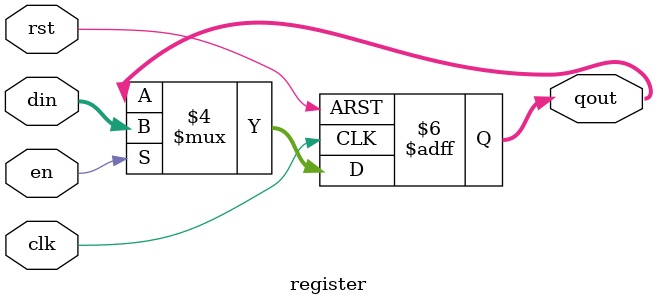
<source format=v>
/*--  *******************************************************
--  Computer Architecture Course, Laboratory Sources 
--  Amirkabir University of Technology (Tehran Polytechnic)
--  Department of Computer Engineering (CE-AUT)
--  https://ce[dot]aut[dot]ac[dot]ir
--  *******************************************************
--  All Rights reserved (C) 2019-2020
--  *******************************************************
--  Student ID  : 9829039	
--  Student Name: Pouya Mohammadi
--  Student Mail: pouyamohammadyirbu@gmail.com
--  *******************************************************
--  Additional Comments:
--
--	Teamate information:
--	Mehran Aksari
--	9831007
--*/

/*-----------------------------------------------------------
---  Module Name: Register 4 bit
---  Description: Lab 10 Part 1
-----------------------------------------------------------*/
`timescale 1 ns/1 ns

module register (
	input        rst ,
	input        clk ,
	input        en ,
	input  [3:0] din ,
	output [3:0] qout
);
	
	reg [3:0] qout;

	// Setting default values
	initial begin
		qout = 0;
	end

	// sequentioal_circuit of 4-bit register
	always @ (posedge clk or posedge rst) begin
		// Reset bits when rst = 1
		if (rst) qout = 4'b0000;
		// Writes data when en = 1 and rst = 0
		else if (en) qout = din;	 		
	end

endmodule

</source>
